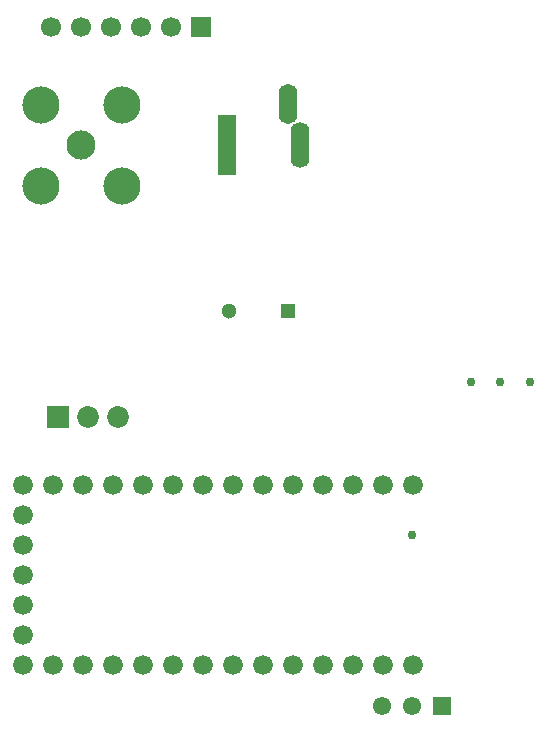
<source format=gbs>
G04*
G04 #@! TF.GenerationSoftware,Altium Limited,Altium Designer,22.10.1 (41)*
G04*
G04 Layer_Color=16711935*
%FSLAX25Y25*%
%MOIN*%
G70*
G04*
G04 #@! TF.SameCoordinates,99798D1E-F985-4455-B884-4E85627F1AD0*
G04*
G04*
G04 #@! TF.FilePolarity,Negative*
G04*
G01*
G75*
%ADD22C,0.12402*%
%ADD23C,0.09724*%
%ADD24R,0.05118X0.05118*%
%ADD25C,0.05118*%
%ADD26C,0.06614*%
%ADD27C,0.07284*%
%ADD28R,0.07284X0.07284*%
%ADD29C,0.06102*%
%ADD30R,0.06102X0.06102*%
G04:AMPARAMS|DCode=31|XSize=133.86mil|YSize=62.99mil|CornerRadius=31.5mil|HoleSize=0mil|Usage=FLASHONLY|Rotation=90.000|XOffset=0mil|YOffset=0mil|HoleType=Round|Shape=RoundedRectangle|*
%AMROUNDEDRECTD31*
21,1,0.13386,0.00000,0,0,90.0*
21,1,0.07087,0.06299,0,0,90.0*
1,1,0.06299,0.00000,0.03543*
1,1,0.06299,0.00000,-0.03543*
1,1,0.06299,0.00000,-0.03543*
1,1,0.06299,0.00000,0.03543*
%
%ADD31ROUNDEDRECTD31*%
G04:AMPARAMS|DCode=32|XSize=153.54mil|YSize=62.99mil|CornerRadius=31.5mil|HoleSize=0mil|Usage=FLASHONLY|Rotation=90.000|XOffset=0mil|YOffset=0mil|HoleType=Round|Shape=RoundedRectangle|*
%AMROUNDEDRECTD32*
21,1,0.15354,0.00000,0,0,90.0*
21,1,0.09055,0.06299,0,0,90.0*
1,1,0.06299,0.00000,0.04528*
1,1,0.06299,0.00000,-0.04528*
1,1,0.06299,0.00000,-0.04528*
1,1,0.06299,0.00000,0.04528*
%
%ADD32ROUNDEDRECTD32*%
%ADD33R,0.06299X0.20079*%
%ADD34R,0.06693X0.06693*%
%ADD35C,0.06693*%
%ADD36C,0.02953*%
D22*
X218228Y360512D02*
D03*
Y387520D02*
D03*
X191220D02*
D03*
Y360512D02*
D03*
D23*
X204724Y374016D02*
D03*
D24*
X273622Y318898D02*
D03*
D25*
X253937D02*
D03*
D26*
X185276Y210787D02*
D03*
Y220787D02*
D03*
Y230787D02*
D03*
Y240787D02*
D03*
Y250787D02*
D03*
X315276Y200787D02*
D03*
X305276D02*
D03*
X295276D02*
D03*
X285276D02*
D03*
X275276D02*
D03*
X265276D02*
D03*
X255276D02*
D03*
X245276D02*
D03*
X235276D02*
D03*
X225276D02*
D03*
X215276D02*
D03*
X205276D02*
D03*
X195276D02*
D03*
X185276D02*
D03*
X315276Y260787D02*
D03*
X305276D02*
D03*
X295276D02*
D03*
X285276D02*
D03*
X275276D02*
D03*
X265276D02*
D03*
X255276D02*
D03*
X245276D02*
D03*
X235276D02*
D03*
X225276D02*
D03*
X215276D02*
D03*
X205276D02*
D03*
X195276D02*
D03*
X185276D02*
D03*
D27*
X216850Y283465D02*
D03*
X206850D02*
D03*
D28*
X196850D02*
D03*
D29*
X305118Y187008D02*
D03*
X315118D02*
D03*
D30*
X325118D02*
D03*
D31*
X273622Y387795D02*
D03*
D32*
X277559Y374016D02*
D03*
D33*
X253150D02*
D03*
D34*
X244724Y413386D02*
D03*
D35*
X234724D02*
D03*
X224724D02*
D03*
X214724D02*
D03*
X204724D02*
D03*
X194724D02*
D03*
D36*
X314961Y244094D02*
D03*
X354331Y295276D02*
D03*
X334646D02*
D03*
X344345Y295283D02*
D03*
M02*

</source>
